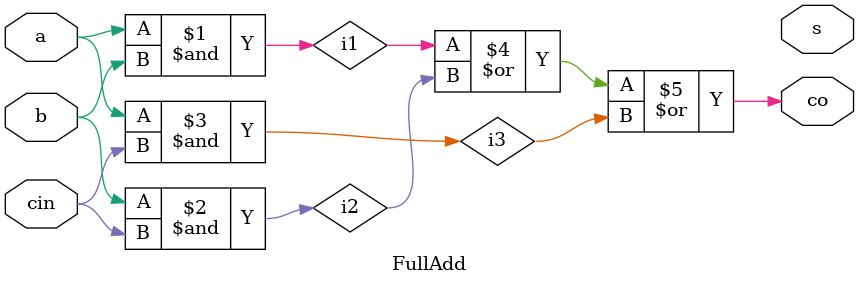
<source format=sv>
/***************************************************************************
* 
* Filename: FullAdd.sv
*
* Author: Ethan Scott
* Description: A single-bit full adder module
*
****************************************************************************/
module FullAdd(
    output logic s, co,         //s=sum output      co=carry output
    input logic a, b, cin);     //cin=carry in

    logic i1, i2, i3;           //input 1, 2, and 3 of the final or gate
                                //to get the output of carry out

    and(i1, a, b);              //i1=ab
    and(i2, b, cin);            //i2=bcin
    and(i3, a, cin);            //i3=acin
    or(co, i1, i2, i3);         //co=i1+i2+i3


endmodule
</source>
